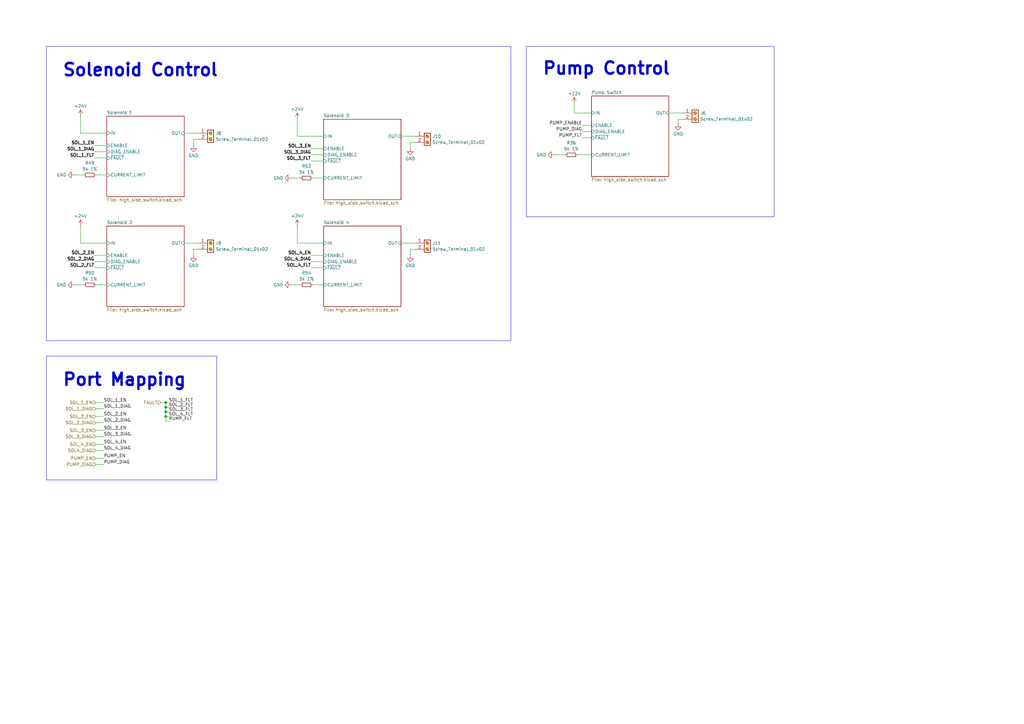
<source format=kicad_sch>
(kicad_sch (version 20230121) (generator eeschema)
  (paper "A3")
  (lib_symbols
    (symbol "Connector:Screw_Terminal_01x02" (pin_names (offset 1.016) hide)
      (property "Reference" "J" (at 0 2.54 0))
      (property "Value" "Screw_Terminal_01x02" (at 0 -5.08 0))
      (symbol "Screw_Terminal_01x02_1_1"
        (rectangle (start -1.27 1.27) (end 1.27 -3.81) (stroke (width 0.254)) (fill (type background)))
        (circle (center 0 -2.54) (radius 0.635) (stroke (width 0.1524)))
        (polyline (pts (xy -0.5334 -2.2098) (xy 0.3302 -3.048)) (stroke (width 0.1524)))
        (polyline (pts (xy -0.5334 0.3302) (xy 0.3302 -0.508)) (stroke (width 0.1524)))
        (polyline (pts (xy -0.3556 -2.032) (xy 0.508 -2.8702)) (stroke (width 0.1524)))
        (polyline (pts (xy -0.3556 0.508) (xy 0.508 -0.3302)) (stroke (width 0.1524)))
        (circle (center 0 0) (radius 0.635) (stroke (width 0.1524)))
        (pin passive line (at -5.08 0 0) (length 3.81) (name "Pin_1") (number "1"))
        (pin passive line (at -5.08 -2.54 0) (length 3.81) (name "Pin_2") (number "2"))
      )
    )
    (symbol "Device:R_Small" (pin_numbers hide) (pin_names (offset 0.254) hide)
      (property "Reference" "R" (at 0.762 0.508 0))
      (property "Value" "R_Small" (at 0.762 -1.016 0))
      (symbol "R_Small_0_1"
        (rectangle (start -0.762 1.778) (end 0.762 -1.778) (stroke (width 0.2032)))
      )
      (symbol "R_Small_1_1"
        (pin passive line (at 0 2.54 270) (length 0.762) (name "~") (number "1"))
        (pin passive line (at 0 -2.54 90) (length 0.762) (name "~") (number "2"))
      )
    )
    (symbol "power:+12V" (power) (pin_names (offset 0))
      (property "Value" "+12V" (at 0 3.556 0))
      (symbol "+12V_0_1"
        (polyline (pts (xy -0.762 1.27) (xy 0 2.54)))
        (polyline (pts (xy 0 0) (xy 0 2.54)))
        (polyline (pts (xy 0 2.54) (xy 0.762 1.27)))
      )
      (symbol "+12V_1_1"
        (pin power_in line (at 0 0 90) (length 0) hide (name "+12V") (number "1"))
      )
    )
    (symbol "power:+24V" (power) (pin_names (offset 0))
      (property "Value" "+24V" (at 0 3.556 0))
      (symbol "+24V_0_1"
        (polyline (pts (xy -0.762 1.27) (xy 0 2.54)))
        (polyline (pts (xy 0 0) (xy 0 2.54)))
        (polyline (pts (xy 0 2.54) (xy 0.762 1.27)))
      )
      (symbol "+24V_1_1"
        (pin power_in line (at 0 0 90) (length 0) hide (name "+24V") (number "1"))
      )
    )
    (symbol "power:GND" (power) (pin_names (offset 0))
      (property "Value" "GND" (at 0 -3.81 0))
      (symbol "GND_0_1"
        (polyline (pts (xy 0 0) (xy 0 -1.27) (xy 1.27 -1.27) (xy 0 -2.54) (xy -1.27 -1.27) (xy 0 -1.27)))
      )
      (symbol "GND_1_1"
        (pin power_in line (at 0 0 270) (length 0) hide (name "GND") (number "1"))
      )
    )
  )
  (junction (at 67.945 167.005))
  (junction (at 67.945 165.1))
  (junction (at 67.945 168.91))
  (junction (at 67.945 170.815))
  (wire (pts (xy 235.585 46.355) (xy 235.585 42.545)))
  (wire (pts (xy 242.57 46.355) (xy 235.585 46.355)))
  (wire (pts (xy 121.92 55.88) (xy 132.715 55.88)))
  (wire (pts (xy 67.945 172.72) (xy 69.215 172.72)))
  (wire (pts (xy 39.37 187.96) (xy 42.545 187.96)))
  (wire (pts (xy 121.92 48.895) (xy 121.92 55.88)))
  (wire (pts (xy 128.27 73.025) (xy 132.715 73.025)))
  (wire (pts (xy 38.735 59.69) (xy 43.815 59.69)))
  (wire (pts (xy 168.275 102.235) (xy 168.275 104.775)))
  (wire (pts (xy 79.375 57.15) (xy 79.375 59.69)))
  (wire (pts (xy 38.735 109.855) (xy 43.815 109.855)))
  (wire (pts (xy 30.48 71.755) (xy 34.29 71.755)))
  (wire (pts (xy 127.635 63.5) (xy 132.715 63.5)))
  (wire (pts (xy 81.28 102.235) (xy 79.375 102.235)))
  (wire (pts (xy 38.735 107.315) (xy 43.815 107.315)))
  (wire (pts (xy 33.02 47.625) (xy 33.02 54.61)))
  (wire (pts (xy 67.945 167.005) (xy 69.215 167.005)))
  (wire (pts (xy 39.37 170.815) (xy 42.545 170.815)))
  (wire (pts (xy 168.275 58.42) (xy 168.275 60.96)))
  (wire (pts (xy 238.76 53.975) (xy 242.57 53.975)))
  (wire (pts (xy 238.76 51.435) (xy 242.57 51.435)))
  (wire (pts (xy 38.735 62.23) (xy 43.815 62.23)))
  (wire (pts (xy 236.855 63.5) (xy 242.57 63.5)))
  (wire (pts (xy 274.32 46.355) (xy 280.035 46.355)))
  (wire (pts (xy 164.465 99.695) (xy 170.18 99.695)))
  (wire (pts (xy 39.37 71.755) (xy 43.815 71.755)))
  (wire (pts (xy 79.375 102.235) (xy 79.375 104.775)))
  (wire (pts (xy 67.945 168.91) (xy 69.215 168.91)))
  (wire (pts (xy 119.38 116.84) (xy 123.19 116.84)))
  (wire (pts (xy 39.37 167.64) (xy 42.545 167.64)))
  (wire (pts (xy 75.565 99.695) (xy 81.28 99.695)))
  (wire (pts (xy 67.945 170.815) (xy 69.215 170.815)))
  (wire (pts (xy 227.33 63.5) (xy 231.775 63.5)))
  (wire (pts (xy 81.28 57.15) (xy 79.375 57.15)))
  (wire (pts (xy 38.735 104.775) (xy 43.815 104.775)))
  (wire (pts (xy 127.635 107.315) (xy 132.715 107.315)))
  (wire (pts (xy 67.945 168.91) (xy 67.945 170.815)))
  (wire (pts (xy 278.13 48.895) (xy 278.13 50.8)))
  (wire (pts (xy 39.37 173.355) (xy 42.545 173.355)))
  (wire (pts (xy 121.92 92.71) (xy 121.92 99.695)))
  (wire (pts (xy 39.37 116.84) (xy 43.815 116.84)))
  (wire (pts (xy 33.02 54.61) (xy 43.815 54.61)))
  (wire (pts (xy 33.02 99.695) (xy 43.815 99.695)))
  (wire (pts (xy 127.635 66.04) (xy 132.715 66.04)))
  (wire (pts (xy 280.035 48.895) (xy 278.13 48.895)))
  (wire (pts (xy 75.565 54.61) (xy 81.28 54.61)))
  (wire (pts (xy 39.37 184.785) (xy 42.545 184.785)))
  (wire (pts (xy 39.37 176.53) (xy 42.545 176.53)))
  (wire (pts (xy 39.37 190.5) (xy 42.545 190.5)))
  (wire (pts (xy 30.48 116.84) (xy 34.29 116.84)))
  (wire (pts (xy 67.945 165.1) (xy 69.215 165.1)))
  (wire (pts (xy 127.635 60.96) (xy 132.715 60.96)))
  (wire (pts (xy 33.02 92.71) (xy 33.02 99.695)))
  (wire (pts (xy 67.945 165.1) (xy 67.945 167.005)))
  (wire (pts (xy 67.945 167.005) (xy 67.945 168.91)))
  (wire (pts (xy 67.945 170.815) (xy 67.945 172.72)))
  (wire (pts (xy 38.735 64.77) (xy 43.815 64.77)))
  (wire (pts (xy 39.37 179.07) (xy 42.545 179.07)))
  (wire (pts (xy 170.18 102.235) (xy 168.275 102.235)))
  (wire (pts (xy 127.635 109.855) (xy 132.715 109.855)))
  (wire (pts (xy 66.04 165.1) (xy 67.945 165.1)))
  (wire (pts (xy 119.38 73.025) (xy 123.19 73.025)))
  (wire (pts (xy 164.465 55.88) (xy 170.18 55.88)))
  (wire (pts (xy 170.18 58.42) (xy 168.275 58.42)))
  (wire (pts (xy 39.37 182.245) (xy 42.545 182.245)))
  (wire (pts (xy 127.635 104.775) (xy 132.715 104.775)))
  (wire (pts (xy 238.76 56.515) (xy 242.57 56.515)))
  (wire (pts (xy 39.37 165.1) (xy 42.545 165.1)))
  (wire (pts (xy 128.27 116.84) (xy 132.715 116.84)))
  (wire (pts (xy 121.92 99.695) (xy 132.715 99.695)))
  (rectangle (start 19.05 146.05) (end 88.9 196.85))
  (rectangle (start 19.05 19.05) (end 209.55 139.7))
  (rectangle (start 215.9 19.05) (end 317.5 88.9))
  (text "Solenoid Control" (at 25.4 31.75 0) (effects (font (size 5 5) bold) (justify left bottom)))
  (text "Pump Control" (at 222.25 31.115 0) (effects (font (size 5 5) bold) (justify left bottom)))
  (text "Port Mapping" (at 25.4 158.75 0) (effects (font (size 5 5) bold) (justify left bottom)))
  (label "SOL_3_EN" (at 42.545 176.53 0))
  (label "SOL_4_EN" (at 127.635 104.775 180) (effects (font bold)))
  (label "SOL_1_EN" (at 38.735 59.69 180) (effects (font bold)))
  (label "SOL_2_EN" (at 38.735 104.775 180) (effects (font bold)))
  (label "SOL_4_DIAG" (at 42.545 184.785 0))
  (label "SOL_3_FLT" (at 127.635 66.04 180) (effects (font bold)))
  (label "SOL_2_FLT" (at 38.735 109.855 180) (effects (font bold)))
  (label "SOL_1_EN" (at 42.545 165.1 0))
  (label "PUMP_FLT" (at 69.215 172.72 0))
  (label "SOL_3_DIAG" (at 42.545 179.07 0))
  (label "SOL_4_EN" (at 42.545 182.245 0))
  (label "SOL_1_DIAG" (at 42.545 167.64 0))
  (label "SOL_3_EN" (at 127.635 60.96 180) (effects (font bold)))
  (label "PUMP_EN" (at 42.545 187.96 0))
  (label "SOL_3_DIAG" (at 127.635 63.5 180) (effects (font bold)))
  (label "SOL_2_DIAG" (at 38.735 107.315 180) (effects (font bold)))
  (label "SOL_1_DIAG" (at 38.735 62.23 180) (effects (font bold)))
  (label "SOL_4_DIAG" (at 127.635 107.315 180) (effects (font bold)))
  (label "SOL_4_FLT" (at 69.215 170.815 0))
  (label "SOL_1_FLT" (at 38.735 64.77 180) (effects (font bold)))
  (label "PUMP_FLT" (at 238.76 56.515 180))
  (label "PUMP_DIAG" (at 42.545 190.5 0))
  (label "SOL_3_FLT" (at 69.215 168.91 0))
  (label "SOL_2_EN" (at 42.545 170.815 0))
  (label "SOL_2_DIAG" (at 42.545 173.355 0))
  (label "PUMP_ENABLE" (at 238.76 51.435 180))
  (label "SOL_2_FLT" (at 69.215 167.005 0))
  (label "SOL_4_FLT" (at 127.635 109.855 180) (effects (font bold)))
  (label "SOL_1_FLT" (at 69.215 165.1 0))
  (label "PUMP_DIAG" (at 238.76 53.975 180))
  (hierarchical_label "SOL_1_EN" (shape input) (at 39.37 165.1 180))
  (hierarchical_label "SOL_3_DIAG" (shape input) (at 39.37 179.07 180))
  (hierarchical_label "SOL_2_DIAG" (shape input) (at 39.37 173.355 180))
  (hierarchical_label "PUMP_EN" (shape input) (at 39.37 187.96 180))
  (hierarchical_label "SOL_1_DIAG" (shape input) (at 39.37 167.64 180))
  (hierarchical_label "FAULT" (shape input) (at 66.04 165.1 180))
  (hierarchical_label "SOL_2_EN" (shape input) (at 39.37 170.815 180))
  (hierarchical_label "SOL4_DIAG" (shape input) (at 39.37 184.785 180))
  (hierarchical_label "SOL_3_EN" (shape input) (at 39.37 176.53 180))
  (hierarchical_label "PUMP_DIAG" (shape input) (at 39.37 190.5 180))
  (hierarchical_label "SOL_4_EN" (shape input) (at 39.37 182.245 180))
  (symbol (lib_id "power:+24V") (at 121.92 92.71 0) (unit 1)
    (property "Reference" "#PWR058" (effects hide))
    (property "Value" "+24V" (at 121.92 88.5769 0))
    (instances (project "bilge-vacuum" (path "" (reference "#PWR058") (unit 1)) (path "" (reference "#PWR050") (unit 1))))
  )
  (symbol (lib_id "Connector:Screw_Terminal_01x02") (at 175.26 99.695 0) (unit 1)
    (property "Reference" "J11" (at 177.292 99.7529 0) (effects (justify left)))
    (property "Value" "Screw_Terminal_01x02" (at 177.292 102.1771 0) (effects (justify left)))
    (instances (project "bilge-vacuum" (path "" (reference "J11") (unit 1)) (path "" (reference "J6") (unit 1))))
  )
  (symbol (lib_id "power:GND") (at 168.275 60.96 0) (unit 1)
    (property "Reference" "#PWR055" (effects hide))
    (property "Value" "GND" (at 168.275 65.0931 0))
    (instances (project "bilge-vacuum" (path "" (reference "#PWR055") (unit 1)) (path "" (reference "#PWR051") (unit 1))))
  )
  (symbol (lib_id "power:GND") (at 278.13 50.8 0) (unit 1)
    (property "Reference" "#PWR032" (effects hide))
    (property "Value" "GND" (at 278.13 54.9331 0))
    (instances (project "bilge-vacuum" (path "" (reference "#PWR032") (unit 1)) (path "" (reference "#PWR055") (unit 1))))
  )
  (symbol (lib_id "Device:R_Small") (at 234.315 63.5 270) (unit 1)
    (property "Reference" "R36" (at 234.315 58.6191 90))
    (property "Value" "5k 1%" (at 234.315 61.0433 90))
    (instances (project "bilge-vacuum" (path "" (reference "R36") (unit 1)) (path "" (reference "R47") (unit 1))))
  )
  (symbol (lib_id "Device:R_Small") (at 125.73 116.84 90) (unit 1)
    (property "Reference" "R54" (at 125.73 111.9591 90))
    (property "Value" "5k 1%" (at 125.73 114.3833 90))
    (instances (project "bilge-vacuum" (path "" (reference "R54") (unit 1)) (path "" (reference "R46") (unit 1))))
  )
  (symbol (lib_id "power:+24V") (at 33.02 92.71 0) (unit 1)
    (property "Reference" "#PWR050" (effects hide))
    (property "Value" "+24V" (at 33.02 88.5769 0))
    (instances (project "bilge-vacuum" (path "" (reference "#PWR050") (unit 1)) (path "" (reference "#PWR036") (unit 1))))
  )
  (symbol (lib_id "power:GND") (at 30.48 71.755 270) (unit 1)
    (property "Reference" "#PWR046" (effects hide))
    (property "Value" "GND" (at 27.3051 71.755 90) (effects (justify right)))
    (instances (project "bilge-vacuum" (path "" (reference "#PWR046") (unit 1)) (path "" (reference "#PWR033") (unit 1))))
  )
  (symbol (lib_id "Connector:Screw_Terminal_01x02") (at 86.36 99.695 0) (unit 1)
    (property "Reference" "J9" (at 88.392 99.7529 0) (effects (justify left)))
    (property "Value" "Screw_Terminal_01x02" (at 88.392 102.1771 0) (effects (justify left)))
    (instances (project "bilge-vacuum" (path "" (reference "J9") (unit 1)) (path "" (reference "J4") (unit 1))))
  )
  (symbol (lib_id "power:GND") (at 119.38 116.84 270) (unit 1)
    (property "Reference" "#PWR057" (effects hide))
    (property "Value" "GND" (at 116.2051 116.84 90) (effects (justify right)))
    (instances (project "bilge-vacuum" (path "" (reference "#PWR057") (unit 1)) (path "" (reference "#PWR048") (unit 1))))
  )
  (symbol (lib_id "power:GND") (at 30.48 116.84 270) (unit 1)
    (property "Reference" "#PWR049" (effects hide))
    (property "Value" "GND" (at 27.3051 116.84 90) (effects (justify right)))
    (instances (project "bilge-vacuum" (path "" (reference "#PWR049") (unit 1)) (path "" (reference "#PWR034") (unit 1))))
  )
  (symbol (lib_id "power:GND") (at 79.375 104.775 0) (unit 1)
    (property "Reference" "#PWR051" (effects hide))
    (property "Value" "GND" (at 79.375 108.9081 0))
    (instances (project "bilge-vacuum" (path "" (reference "#PWR051") (unit 1)) (path "" (reference "#PWR046") (unit 1))))
  )
  (symbol (lib_id "power:GND") (at 79.375 59.69 0) (unit 1)
    (property "Reference" "#PWR048" (effects hide))
    (property "Value" "GND" (at 79.375 63.8231 0))
    (instances (project "bilge-vacuum" (path "" (reference "#PWR048") (unit 1)) (path "" (reference "#PWR045") (unit 1))))
  )
  (symbol (lib_id "Connector:Screw_Terminal_01x02") (at 86.36 54.61 0) (unit 1)
    (property "Reference" "J8" (at 88.392 54.6679 0) (effects (justify left)))
    (property "Value" "Screw_Terminal_01x02" (at 88.392 57.0921 0) (effects (justify left)))
    (instances (project "bilge-vacuum" (path "" (reference "J8") (unit 1)) (path "" (reference "J3") (unit 1))))
  )
  (symbol (lib_id "power:+24V") (at 33.02 47.625 0) (unit 1)
    (property "Reference" "#PWR047" (effects hide))
    (property "Value" "+24V" (at 33.02 43.4919 0))
    (instances (project "bilge-vacuum" (path "" (reference "#PWR047") (unit 1)) (path "" (reference "#PWR035") (unit 1))))
  )
  (symbol (lib_id "power:+24V") (at 121.92 48.895 0) (unit 1)
    (property "Reference" "#PWR054" (effects hide))
    (property "Value" "+24V" (at 121.92 44.7619 0))
    (instances (project "bilge-vacuum" (path "" (reference "#PWR054") (unit 1)) (path "" (reference "#PWR049") (unit 1))))
  )
  (symbol (lib_id "Device:R_Small") (at 125.73 73.025 90) (unit 1)
    (property "Reference" "R52" (at 125.73 68.1441 90))
    (property "Value" "5k 1%" (at 125.73 70.5683 90))
    (instances (project "bilge-vacuum" (path "" (reference "R52") (unit 1)) (path "" (reference "R45") (unit 1))))
  )
  (symbol (lib_id "power:GND") (at 227.33 63.5 270) (unit 1)
    (property "Reference" "#PWR013" (effects hide))
    (property "Value" "GND" (at 224.1551 63.5 90) (effects (justify right)))
    (instances (project "bilge-vacuum" (path "" (reference "#PWR013") (unit 1)) (path "" (reference "#PWR053") (unit 1))))
  )
  (symbol (lib_id "power:+12V") (at 235.585 42.545 0) (unit 1)
    (property "Reference" "#PWR031" (effects hide))
    (property "Value" "+12V" (at 235.585 38.4119 0))
    (instances (project "bilge-vacuum" (path "" (reference "#PWR031") (unit 1)) (path "" (reference "#PWR054") (unit 1))))
  )
  (symbol (lib_id "power:GND") (at 168.275 104.775 0) (unit 1)
    (property "Reference" "#PWR059" (effects hide))
    (property "Value" "GND" (at 168.275 108.9081 0))
    (instances (project "bilge-vacuum" (path "" (reference "#PWR059") (unit 1)) (path "" (reference "#PWR052") (unit 1))))
  )
  (symbol (lib_id "power:GND") (at 119.38 73.025 270) (unit 1)
    (property "Reference" "#PWR053" (effects hide))
    (property "Value" "GND" (at 116.2051 73.025 90) (effects (justify right)))
    (instances (project "bilge-vacuum" (path "" (reference "#PWR053") (unit 1)) (path "" (reference "#PWR047") (unit 1))))
  )
  (symbol (lib_id "Connector:Screw_Terminal_01x02") (at 285.115 46.355 0) (unit 1)
    (property "Reference" "J6" (at 287.147 46.4129 0) (effects (justify left)))
    (property "Value" "Screw_Terminal_01x02" (at 287.147 48.8371 0) (effects (justify left)))
    (instances (project "bilge-vacuum" (path "" (reference "J6") (unit 1)) (path "" (reference "J7") (unit 1))))
  )
  (symbol (lib_id "Connector:Screw_Terminal_01x02") (at 175.26 55.88 0) (unit 1)
    (property "Reference" "J10" (at 177.292 55.9379 0) (effects (justify left)))
    (property "Value" "Screw_Terminal_01x02" (at 177.292 58.3621 0) (effects (justify left)))
    (instances (project "bilge-vacuum" (path "" (reference "J10") (unit 1)) (path "" (reference "J5") (unit 1))))
  )
  (symbol (lib_id "Device:R_Small") (at 36.83 116.84 90) (unit 1)
    (property "Reference" "R50" (at 36.83 111.9591 90))
    (property "Value" "5k 1%" (at 36.83 114.3833 90))
    (instances (project "bilge-vacuum" (path "" (reference "R50") (unit 1)) (path "" (reference "R44") (unit 1))))
  )
  (symbol (lib_id "Device:R_Small") (at 36.83 71.755 90) (unit 1)
    (property "Reference" "R49" (at 36.83 66.8741 90))
    (property "Value" "5k 1%" (at 36.83 69.2983 90))
    (instances (project "bilge-vacuum" (path "" (reference "R49") (unit 1)) (path "" (reference "R43") (unit 1))))
  )
  (sheet (at 132.715 92.71) (size 31.75 33.02) (stroke (width 0.1524))
    (property "Sheetname" "Solenoid 4" (at 132.715 91.9984 0) (effects (justify left bottom)))
    (property "Sheetfile" "high_side_switch.kicad_sch" (at 132.715 126.3146 0) (effects (justify left top)))
    (pin "~{FAULT}" input (at 132.715 109.855 180))
    (pin "OUT" input (at 164.465 99.695 0))
    (pin "CURRENT_LIMIT" input (at 132.715 116.84 180))
    (pin "DIAG_ENABLE" input (at 132.715 107.315 180))
    (pin "ENABLE" input (at 132.715 104.775 180))
    (pin "IN" input (at 132.715 99.695 180))
  )
  (sheet (at 242.57 39.37) (size 31.75 33.02) (stroke (width 0.1524))
    (property "Sheetname" "Pump Switch" (at 242.57 38.6584 0) (effects (justify left bottom)))
    (property "Sheetfile" "high_side_switch.kicad_sch" (at 242.57 72.9746 0) (effects (justify left top)))
    (pin "~{FAULT}" input (at 242.57 56.515 180))
    (pin "OUT" input (at 274.32 46.355 0))
    (pin "CURRENT_LIMIT" input (at 242.57 63.5 180))
    (pin "DIAG_ENABLE" input (at 242.57 53.975 180))
    (pin "ENABLE" input (at 242.57 51.435 180))
    (pin "IN" input (at 242.57 46.355 180))
  )
  (sheet (at 132.715 48.895) (size 31.75 33.02) (stroke (width 0.1524))
    (property "Sheetname" "Solenoid 3" (at 132.715 48.1834 0) (effects (justify left bottom)))
    (property "Sheetfile" "high_side_switch.kicad_sch" (at 132.715 82.4996 0) (effects (justify left top)))
    (pin "~{FAULT}" input (at 132.715 66.04 180))
    (pin "OUT" input (at 164.465 55.88 0))
    (pin "CURRENT_LIMIT" input (at 132.715 73.025 180))
    (pin "DIAG_ENABLE" input (at 132.715 63.5 180))
    (pin "ENABLE" input (at 132.715 60.96 180))
    (pin "IN" input (at 132.715 55.88 180))
  )
  (sheet (at 43.815 47.625) (size 31.75 33.02) (stroke (width 0.1524))
    (property "Sheetname" "Solenoid 1" (at 43.815 46.9134 0) (effects (justify left bottom)))
    (property "Sheetfile" "high_side_switch.kicad_sch" (at 43.815 81.2296 0) (effects (justify left top)))
    (pin "~{FAULT}" input (at 43.815 64.77 180))
    (pin "OUT" input (at 75.565 54.61 0))
    (pin "CURRENT_LIMIT" input (at 43.815 71.755 180))
    (pin "DIAG_ENABLE" input (at 43.815 62.23 180))
    (pin "ENABLE" input (at 43.815 59.69 180))
    (pin "IN" input (at 43.815 54.61 180))
  )
  (sheet (at 43.815 92.71) (size 31.75 33.02) (stroke (width 0.1524))
    (property "Sheetname" "Solenoid 2" (at 43.815 91.9984 0) (effects (justify left bottom)))
    (property "Sheetfile" "high_side_switch.kicad_sch" (at 43.815 126.3146 0) (effects (justify left top)))
    (pin "~{FAULT}" input (at 43.815 109.855 180))
    (pin "OUT" input (at 75.565 99.695 0))
    (pin "CURRENT_LIMIT" input (at 43.815 116.84 180))
    (pin "DIAG_ENABLE" input (at 43.815 107.315 180))
    (pin "ENABLE" input (at 43.815 104.775 180))
    (pin "IN" input (at 43.815 99.695 180))
  )
)
</source>
